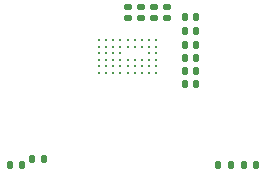
<source format=gbr>
%TF.GenerationSoftware,KiCad,Pcbnew,7.0.5*%
%TF.CreationDate,2024-03-10T15:58:08+09:00*%
%TF.ProjectId,camera_exp,63616d65-7261-45f6-9578-702e6b696361,rev?*%
%TF.SameCoordinates,Original*%
%TF.FileFunction,Paste,Top*%
%TF.FilePolarity,Positive*%
%FSLAX46Y46*%
G04 Gerber Fmt 4.6, Leading zero omitted, Abs format (unit mm)*
G04 Created by KiCad (PCBNEW 7.0.5) date 2024-03-10 15:58:08*
%MOMM*%
%LPD*%
G01*
G04 APERTURE LIST*
G04 Aperture macros list*
%AMRoundRect*
0 Rectangle with rounded corners*
0 $1 Rounding radius*
0 $2 $3 $4 $5 $6 $7 $8 $9 X,Y pos of 4 corners*
0 Add a 4 corners polygon primitive as box body*
4,1,4,$2,$3,$4,$5,$6,$7,$8,$9,$2,$3,0*
0 Add four circle primitives for the rounded corners*
1,1,$1+$1,$2,$3*
1,1,$1+$1,$4,$5*
1,1,$1+$1,$6,$7*
1,1,$1+$1,$8,$9*
0 Add four rect primitives between the rounded corners*
20,1,$1+$1,$2,$3,$4,$5,0*
20,1,$1+$1,$4,$5,$6,$7,0*
20,1,$1+$1,$6,$7,$8,$9,0*
20,1,$1+$1,$8,$9,$2,$3,0*%
G04 Aperture macros list end*
%ADD10C,0.250000*%
%ADD11RoundRect,0.140000X0.170000X-0.140000X0.170000X0.140000X-0.170000X0.140000X-0.170000X-0.140000X0*%
%ADD12RoundRect,0.140000X-0.140000X-0.170000X0.140000X-0.170000X0.140000X0.170000X-0.140000X0.170000X0*%
%ADD13RoundRect,0.135000X0.135000X0.185000X-0.135000X0.185000X-0.135000X-0.185000X0.135000X-0.185000X0*%
%ADD14RoundRect,0.135000X-0.135000X-0.185000X0.135000X-0.185000X0.135000X0.185000X-0.135000X0.185000X0*%
G04 APERTURE END LIST*
D10*
%TO.C,U1*%
X90080000Y-44620000D03*
X90680000Y-44620000D03*
X91280000Y-44620000D03*
X91880000Y-44620000D03*
X92480000Y-44620000D03*
X93080000Y-44620000D03*
X93680000Y-44620000D03*
X94280000Y-44620000D03*
X94880000Y-44620000D03*
X90080000Y-45170000D03*
X90680000Y-45170000D03*
X91280000Y-45170000D03*
X91880000Y-45170000D03*
X92480000Y-45170000D03*
X93080000Y-45170000D03*
X93680000Y-45170000D03*
X94280000Y-45170000D03*
X94880000Y-45170000D03*
X90080000Y-45720000D03*
X90680000Y-45720000D03*
X91280000Y-45720000D03*
X91880000Y-45720000D03*
X94280000Y-45720000D03*
X94880000Y-45720000D03*
X90080000Y-46270000D03*
X90680000Y-46270000D03*
X91280000Y-46270000D03*
X91880000Y-46270000D03*
X92480000Y-46270000D03*
X93080000Y-46270000D03*
X93680000Y-46270000D03*
X94280000Y-46270000D03*
X94880000Y-46270000D03*
X90080000Y-46820000D03*
X90680000Y-46820000D03*
X91280000Y-46820000D03*
X91880000Y-46820000D03*
X92480000Y-46820000D03*
X93080000Y-46820000D03*
X93680000Y-46820000D03*
X94280000Y-46820000D03*
X94880000Y-46820000D03*
X90080000Y-47370000D03*
X90680000Y-47370000D03*
X91280000Y-47370000D03*
X91880000Y-47370000D03*
X92480000Y-47370000D03*
X93080000Y-47370000D03*
X93680000Y-47370000D03*
X94280000Y-47370000D03*
X94880000Y-47370000D03*
%TD*%
D11*
%TO.C,C14*%
X92500000Y-42780000D03*
X92500000Y-41820000D03*
%TD*%
D12*
%TO.C,C2*%
X97320000Y-46150000D03*
X98280000Y-46150000D03*
%TD*%
D11*
%TO.C,C8*%
X94700000Y-42780000D03*
X94700000Y-41820000D03*
%TD*%
D13*
%TO.C,R3*%
X102380000Y-55200000D03*
X103400000Y-55200000D03*
%TD*%
%TO.C,R2*%
X101200000Y-55200000D03*
X100180000Y-55200000D03*
%TD*%
D12*
%TO.C,C5*%
X97330000Y-43870000D03*
X98290000Y-43870000D03*
%TD*%
%TO.C,C18*%
X97320000Y-47250000D03*
X98280000Y-47250000D03*
%TD*%
%TO.C,C13*%
X97320000Y-48300000D03*
X98280000Y-48300000D03*
%TD*%
%TO.C,C7*%
X97320000Y-42700000D03*
X98280000Y-42700000D03*
%TD*%
D11*
%TO.C,C3*%
X93650000Y-42780000D03*
X93650000Y-41820000D03*
%TD*%
%TO.C,C19*%
X95800000Y-42780000D03*
X95800000Y-41820000D03*
%TD*%
D14*
%TO.C,R5*%
X84390000Y-54700000D03*
X85410000Y-54700000D03*
%TD*%
%TO.C,R4*%
X82490000Y-55200000D03*
X83510000Y-55200000D03*
%TD*%
D12*
%TO.C,C1*%
X97320000Y-45000000D03*
X98280000Y-45000000D03*
%TD*%
M02*

</source>
